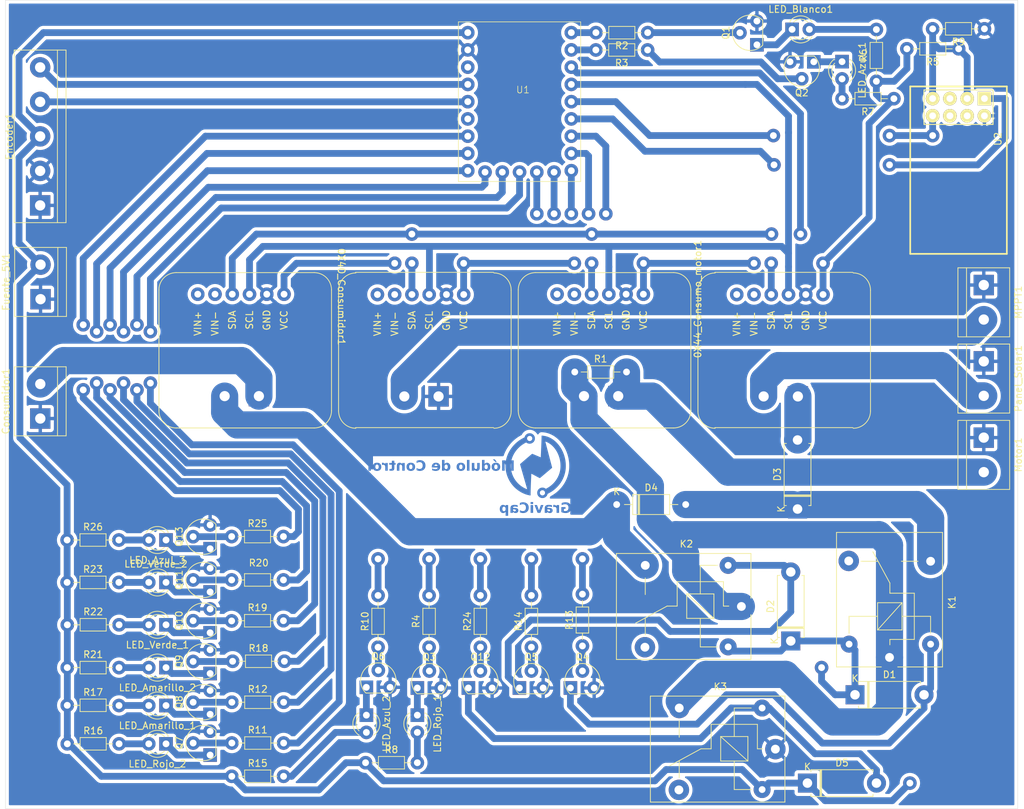
<source format=kicad_pcb>
(kicad_pcb (version 20240108) (generator "pcbnew") (generator_version "8.0")
  (layers (0 "F.Cu" signal) (31 "B.Cu" signal) (34 "B.Paste" user) (35 "F.Paste" user) (36 "B.SilkS" user "B.Silkscreen") (37 "F.SilkS" user "F.Silkscreen") (38 "B.Mask" user) (39 "F.Mask" user) (44 "Edge.Cuts" user))
  (net 0 "")
  (net 1 "Consumidor_+")
  (net 2 "MPPT_+")
  (net 3 "Panel_Solar_+")
  (net 4 "+5V")
  (net 7 "GNDREF")
  (net 8 "Net-(Q1-B)")
  (net 9 "Vin+_Consumo")
  (net 10 "Net-(Q2-B)")
  (net 11 "Motor_Vin+")
  (net 12 "Net-(Q3-B)")
  (net 13 "Motor_Vin-")
  (net 14 "Net-(Q4-B)")
  (net 15 "Vin-_Solar")
  (net 16 "Net-(Q5-B)")
  (net 17 "Net-(Q6-B)")
  (net 18 "D1_Out")
  (net 19 "Net-(Q7-B)")
  (net 20 "Net-(LED_Blanco1-K)")
  (net 21 "Net-(Q8-B)")
  (net 22 "Net-(D5-A)")
  (net 23 "Net-(Q9-B)")
  (net 24 "Net-(Q11-B)")
  (net 25 "RPZ_LED_6")
  (net 26 "RPZ_LED_5")
  (net 27 "RPZ_LED_8")
  (net 28 "RPZ_RELE_1")
  (net 29 "RPZ_LED_7")
  (net 30 "RPZ_LED_2")
  (net 31 "Net-(Q12-B)")
  (net 32 "RPZ_LED_4")
  (net 33 "RPZ_RELE_2")
  (net 34 "PIN_A_Encoder")
  (net 35 "RPZ_LED_3")
  (net 36 "RPZ_LED_9")
  (net 38 "PIN_B_Encoder")
  (net 39 "RPZ_LED_1")
  (net 40 "RPZ_I2C_SDA")
  (net 41 "RPZ_I2C_SCL")
  (net 42 "RPZ_LED_10")
  (net 43 "RPZ_UART1_TX")
  (net 44 "RPZ_UART1_RX")
  (net 45 "Net-(LED_Amarillo_1-A)")
  (net 46 "Net-(LED_Amarillo_1-K)")
  (net 47 "Net-(LED_Amarillo_2-K)")
  (net 48 "Net-(LED_Amarillo_2-A)")
  (net 49 "Net-(LED_Azul_1-K)")
  (net 50 "Net-(LED_Azul_1-A)")
  (net 51 "Net-(LED_Azul_2-A)")
  (net 52 "Net-(LED_Azul_2-K)")
  (net 53 "Net-(LED_Blanco1-A)")
  (net 54 "Net-(LED_Rojo_1-A)")
  (net 55 "Net-(LED_Rojo_1-K)")
  (net 56 "Net-(LED_Rojo_2-A)")
  (net 57 "Net-(LED_Rojo_2-K)")
  (net 58 "Net-(LED_Verde_1-K)")
  (net 59 "Net-(LED_Verde_1-A)")
  (net 60 "Net-(LED_Verde_2-A)")
  (net 61 "Net-(LED_Verde_2-K)")
  (net 62 "Net-(Q10-B)")
  (net 63 "RPZ_RELE_3")
  (net 64 "Net-(D1-A)")
  (net 65 "Net-(D2-A)")
  (net 74 "Net-(Q13-B)")
  (net 75 "+3.3V")
  (net 77 "unconnected-(U1-GP27-Pad32)")
  (net 81 "Net-(LED_Azul_3-A)")
  (net 82 "Net-(LED_Azul_3-K)")
  (footprint "GraviCap:RP2040 Zero" (layer "F.Cu") (at 133.045 31.45)
    (property "Reference" "U1")
    (property "Value" "RP2040-Zero")
  )
  (footprint "Relay_THT:Relay_SPDT_SANYOU_SRD_Series_Form_C" (layer "F.Cu") (at 170.2 128 180)
    (property "Reference" "K3")
    (property "Value" "SANYOU_SRD_Form_C" (hide yes))
  )
  (footprint "Package_TO_SOT_THT:TO-92_Inline" (layer "F.Cu") (at 86 116.37 90)
    (property "Reference" "Q9")
    (property "Value" "BC548")
  )
  (footprint "Diode_THT:D_5W_P10.16mm_Horizontal" (layer "F.Cu") (at 172.465 112.08 90)
    (property "Reference" "D2")
    (property "Value" "D")
  )
  (footprint "Package_TO_SOT_THT:TO-92_Inline" (layer "F.Cu") (at 118 118)
    (property "Reference" "Q3")
    (property "Value" "BC548")
  )
  (footprint "Resistor_THT:R_Axial_DIN0204_L3.6mm_D1.6mm_P7.62mm_Horizontal" (layer "F.Cu") (at 187.645 32.26 180)
    (property "Reference" "R7")
    (property "Value" "150Ω")
  )
  (footprint "Resistor_THT:R_Axial_DIN0204_L3.6mm_D1.6mm_P7.62mm_Horizontal" (layer "F.Cu") (at 141.8 112.81 90)
    (property "Reference" "R13")
    (property "Value" "5kΩ")
  )
  (footprint "LED_THT:LED_D3.0mm" (layer "F.Cu") (at 172.66 22.06)
    (property "Reference" "LED_Blanco1")
    (property "Value" "LED")
  )
  (footprint "Relay_THT:Relay_SPDT_SANYOU_SRD_Series_Form_C" (layer "F.Cu") (at 187 114.5 90)
    (property "Reference" "K1")
    (property "Value" "SANYOU_SRD_Form_C")
  )
  (footprint "Resistor_THT:R_Axial_DIN0204_L3.6mm_D1.6mm_P7.62mm_Horizontal" (layer "F.Cu") (at 90.19 132)
    (property "Reference" "R15")
    (property "Value" "150Ω")
  )
  (footprint "Resistor_THT:R_Axial_DIN0204_L3.6mm_D1.6mm_P7.62mm_Horizontal" (layer "F.Cu") (at 151.405 22.54 180)
    (property "Reference" "R2")
    (property "Value" "47kΩ")
  )
  (footprint "RP2040-Zero:module_ina219" (layer "F.Cu") (at 111.445 61.095 -90)
    (property "Reference" "0X41_MPPT1" (hide yes))
    (property "Value" "module_ina219" (hide yes))
  )
  (footprint "Package_TO_SOT_THT:TO-92_Inline" (layer "F.Cu") (at 133.02 118)
    (property "Reference" "Q5")
    (property "Value" "BC548")
  )
  (footprint "Resistor_THT:R_Axial_DIN0204_L3.6mm_D1.6mm_P7.62mm_Horizontal" (layer "F.Cu") (at 65.98 127.22)
    (property "Reference" "R16")
    (property "Value" "150Ω")
  )
  (footprint "TerminalBlock:TerminalBlock_bornier-2_P5.08mm" (layer "F.Cu") (at 200.875 59.69 -90)
    (property "Reference" "MPPT1")
    (property "Value" "Screw_Terminal_01x02" (hide yes))
  )
  (footprint "Diode_THT:D_5W_P10.16mm_Horizontal" (layer "F.Cu") (at 173.465 92.66 90)
    (property "Reference" "D3")
    (property "Value" "D")
  )
  (footprint "RP2040-Zero:module_ina219" (layer "F.Cu") (at 85.324999 60.905001 -90)
    (property "Reference" "0X40_Consumidor1" (hide yes))
    (property "Value" "module_ina219" (hide yes))
  )
  (footprint "Resistor_THT:R_Axial_DIN0204_L3.6mm_D1.6mm_P7.62mm_Horizontal" (layer "F.Cu") (at 90.2 127.1)
    (property "Reference" "R11")
    (property "Value" "47kΩ")
  )
  (footprint "TerminalBlock:TerminalBlock_bornier-2_P5.08mm" (layer "F.Cu") (at 62 79.34 90)
    (property "Reference" "Consumidor1")
    (property "Value" "Screw_Terminal_01x02" (hide yes))
  )
  (footprint "LED_THT:LED_D3.0mm" (layer "F.Cu") (at 110 123 -90)
    (property "Reference" "LED_Azul_2")
    (property "Value" "LED")
  )
  (footprint "Package_TO_SOT_THT:TO-92_Inline" (layer "F.Cu") (at 86 98 90)
    (property "Reference" "Q13")
    (property "Value" "BC548")
  )
  (footprint "Resistor_THT:R_Axial_DIN0204_L3.6mm_D1.6mm_P7.62mm_Horizontal" (layer "F.Cu") (at 65.97 116)
    (property "Reference" "R21")
    (property "Value" "150Ω")
  )
  (footprint "Package_TO_SOT_THT:TO-92_Inline" (layer "F.Cu") (at 86 104.37 90)
    (property "Reference" "Q11")
    (property "Value" "BC548")
  )
  (footprint "LED_THT:LED_D3.0mm" (layer "F.Cu") (at 117.5 123 -90)
    (property "Reference" "LED_Rojo_1")
    (property "Value" "LED")
  )
  (footprint "Package_TO_SOT_THT:TO-92_Inline" (layer "F.Cu") (at 86 128.37 90)
    (property "Reference" "Q7")
    (property "Value" "BC548")
  )
  (footprint "TerminalBlock:TerminalBlock_bornier-2_P5.08mm" (layer "F.Cu") (at 200.875 70.92 -90)
    (property "Reference" "Panel_Solar1")
    (property "Value" "Screw_Terminal_01x02")
  )
  (footprint "LED_THT:LED_D3.0mm" (layer "F.Cu") (at 80.51 97.22 180)
    (property "Reference" "LED_Azul_3")
    (property "Value" "LED")
  )
  (footprint "Package_TO_SOT_THT:TO-92_Inline" (layer "F.Cu") (at 175.355 27.83 180)
    (property "Reference" "Q2")
    (property "Value" "BC548")
  )
  (footprint "Resistor_THT:R_Axial_DIN0204_L3.6mm_D1.6mm_P7.62mm_Horizontal" (layer "F.Cu") (at 90.17 96.71)
    (property "Reference" "R25")
    (property "Value" "47kΩ")
  )
  (footprint "Resistor_THT:R_Axial_DIN0204_L3.6mm_D1.6mm_P7.62mm_Horizontal" (layer "F.Cu") (at 90.2 121.1)
    (property "Reference" "R12")
    (property "Value" "47kΩ")
  )
  (footprint "Resistor_THT:R_Axial_DIN0204_L3.6mm_D1.6mm_P7.62mm_Horizontal" (layer "F.Cu") (at 65.97 121.55)
    (property "Reference" "R17")
    (property "Value" "150Ω")
  )
  (footprint "RP2040-Zero:module_ina219" (layer "F.Cu") (at 163.935 60.695 -90)
    (property "Reference" "0X45_Entrega_panel_solar1" (hide yes))
    (property "Value" "module_ina219" (hide yes))
  )
  (footprint "LED_THT:LED_D3.0mm" (layer "F.Cu") (at 80.51 116 180)
    (property "Reference" "LED_Amarillo_2")
    (property "Value" "LED")
  )
  (footprint "Relay_THT:Relay_SPDT_SANYOU_SRD_Series_Form_C" (layer "F.Cu") (at 165.2 107 180)
    (property "Reference" "K2")
    (property "Value" "SANYOU_SRD_Form_C")
  )
  (footprint "Package_TO_SOT_THT:TO-92_Inline" (layer "F.Cu") (at 140.53 118)
    (property "Reference" "Q4")
    (property "Value" "BC548")
  )
  (footprint "LED_THT:LED_D3.0mm" (layer "F.Cu") (at 80.51 103.46 180)
    (property "Reference" "LED_Verde_2")
    (property "Value" "LED")
  )
  (footprint "Package_TO_SOT_THT:TO-92_Inline" (layer "F.Cu") (at 166.485 23.83 90)
    (property "Reference" "Q1")
    (property "Value" "BC548")
  )
  (footprint "Resistor_THT:R_Axial_DIN0204_L3.6mm_D1.6mm_P7.62mm_Horizontal" (layer "F.Cu") (at 65.95 103.46)
    (property "Reference" "R23")
    (property "Value" "150Ω")
  )
  (footprint "Resistor_THT:R_Axial_DIN0204_L3.6mm_D1.6mm_P7.62mm_Horizontal" (layer "F.Cu") (at 126.78 113 90)
    (property "Reference" "R24")
    (property "Value" "5kΩ")
  )
  (footprint "Resistor_THT:R_Axial_DIN0204_L3.6mm_D1.6mm_P7.62mm_Horizontal" (layer "F.Cu") (at 109.88 130)
    (property "Reference" "R8")
    (property "Value" "150Ω")
  )
  (footprint "Resistor_THT:R_Axial_DIN0204_L3.6mm_D1.6mm_P7.62mm_Horizontal" (layer "F.Cu") (at 90.31 115.07)
    (property "Reference" "R18")
    (property "Value" "47kΩ")
  )
  (footprint "LED_THT:LED_D3.0mm" (layer "F.Cu") (at 80.51 121.58 180)
    (property "Reference" "LED_Amarillo_1")
    (property "Value" "LED")
  )
  (footprint "Resistor_THT:R_Axial_DIN0204_L3.6mm_D1.6mm_P7.62mm_Horizontal" (layer "F.Cu") (at 200.97 21.98 180)
    (property "Reference" "R9")
    (property "Value" "5kΩ")
  )
  (footprint "Resistor_THT:R_Axial_DIN0204_L3.6mm_D1.6mm_P7.62mm_Horizontal" (layer "F.Cu") (at 185.065 29.7 90)
    (property "Reference" "R6")
    (property "Value" "150Ω")
  )
  (footprint "Resistor_THT:R_Axial_DIN0204_L3.6mm_D1.6mm_P7.62mm_Horizontal" (layer "F.Cu") (at 119.23 113 90)
    (property "Reference" "R4")
    (property "Value" "47kΩ")
  )
  (footprint "Resistor_THT:R_Axial_DIN0204_L3.6mm_D1.6mm_P7.62mm_Horizontal" (layer "F.Cu") (at 140.67 72.49)
    (property "Reference" "R1")
    (property "Value" "10kΩ")
  )
  (footprint "Resistor_THT:R_Axial_DIN0204_L3.6mm_D1.6mm_P7.62mm_Horizontal" (layer "F.Cu") (at 111.72 113 90)
    (property "Reference" "R10")
    (property "Value" "47kΩ")
  )
  (footprint "RP2040-Zero:ESP-01" (layer "F.Cu") (at 200.97 32.24 -90)
    (property "Reference" "U2")
    (property "Value" "ESP-01v090")
  )
  (footprint "Package_TO_SOT_THT:TO-92_Inline" (layer "F.Cu") (at 86 122.37 90)
    (property "Reference" "Q8")
    (property "Value" "BC548")
  )
  (footprint "Resistor_THT:R_Axial_DIN0204_L3.6mm_D1.6mm_P7.62mm_Horizontal" (layer "F.Cu") (at 90.17 103.1)
    (property "Reference" "R20")
    (property "Value" "47kΩ")
  )
  (footprint "Resistor_THT:R_Axial_DIN0204_L3.6mm_D1.6mm_P7.62mm_Horizontal" (layer "F.Cu") (at 134.29 113 90)
    (property "Reference" "R14")
    (property "Value" "5kΩ")
  )
  (footprint "Diode_THT:D_5W_P10.16mm_Horizontal" (layer "F.Cu") (at 174.92 133)
    (property "Reference" "D5")
    (property "Value" "D")
  )
  (footprint "Resistor_THT:R_Axial_DIN0204_L3.6mm_D1.6mm_P7.62mm_Horizontal" (layer "F.Cu") (at 65.98 109.7)
    (property "Reference" "R22")
    (property "Value" "150Ω")
  )
  (footprint "RP2040-Zero:module_ina219" (layer "F.Cu") (at 138.07 61.04 -90)
    (property "Reference" "0X44_Consumo_motor1")
    (property "Value" "module_ina219")
  )
  (footprint "Diode_THT:D_5W_P10.16mm_Horizontal" (layer "F.Cu") (at 181.92 120)
    (property "Reference" "D1")
    (property "Value" "D")
  )
  (footprint "Diode_THT:D_A-405_P10.16mm_Horizontal" (layer "F.Cu") (at 146.84 92)
    (property "Reference" "D4")
    (property "Value" "D")
  )
  (footprint "Resistor_THT:R_Axial_DIN0204_L3.6mm_D1.6mm_P7.62mm_Horizontal" (layer "F.Cu") (at 197.1775 24.92 180)
    (property "Reference" "R5")
    (property "Value" "10kΩ")
  )
  (footprint "Resistor_THT:R_Axial_DIN0204_L3.6mm_D1.6mm_P7.62mm_Horizontal" (layer "F.Cu") (at 65.95 97.22)
    (property "Reference" "R26")
    (property "Value" "150Ω")
  )
  (footprint "TerminalBlock:TerminalBlock_bornier-2_P5.08mm" (layer "F.Cu") (at 200.875 82.15 -90)
    (property "Reference" "Motor1")
    (property "Value" "Screw_Terminal_01x02")
  )
  (footprint "Package_TO_SOT_THT:TO-92_Inline" (layer "F.Cu") (at 125.51 118)
    (property "Reference" "Q12")
    (property "Value" "BC548")
  )
  (footprint "Resistor_THT:R_Axial_DIN0204_L3.6mm_D1.6mm_P7.62mm_Horizontal" (layer "F.Cu") (at 90.17 109.1)
    (property "Reference" "R19")
    (property "Value" "47kΩ")
  )
  (footprint "Package_TO_SOT_THT:TO-92_Inline" (layer "F.Cu") (at 110.49 117.9)
    (property "Reference" "Q6")
    (property "Value" "BC548")
  )
  (footprint "TerminalBlock:TerminalBlock_bornier-2_P5.08mm" (layer "F.Cu") (at 62.04 61.77 90)
    (property "Reference" "Fuente_5V1")
    (property "Value" "Screw_Terminal_01x02" (hide yes))
  )
  (footprint "Package_TO_SOT_THT:TO-92_Inline" (layer "F.Cu") (at 86 110.37 90)
    (property "Reference" "Q10")
    (property "Value" "BC548")
  )
  (footprint "Resistor_THT:R_Axial_DIN0204_L3.6mm_D1.6mm_P7.62mm_Horizontal" (layer "F.Cu") (at 151.395 25.09 180)
    (property "Reference" "R3")
    (property "Value" "47kΩ")
  )
  (footprint "LED_THT:LED_D3.0mm" (layer "F.Cu") (at 180.015 26.81 -90)
    (property "Reference" "LED_Azul_1")
    (property "Value" "LED")
  )
  (footprint "LED_THT:LED_D3.0mm" (layer "F.Cu") (at 80.51 127.22 180)
    (property "Reference" "LED_Rojo_2")
    (property "Value" "LED")
  )
  (footprint "TerminalBlock:TerminalBlock_bornier-5_P5.08mm" (layer "F.Cu") (at 61.98 47.97 90)
    (property "Reference" "Encoder1")
    (property "Value" "Screw_Terminal_01x05")
  )
  (footprint "LED_THT:LED_D3.0mm" (layer "F.Cu") (at 80.51 109.7 180)
    (property "Reference" "LED_Verde_1")
    (property "Value" "LED")
  )
  (footprint "Raspberry Pico RP2040-Zero:GraviCap_Logo" (layer "B.Cu") (at 135 86)
    (property "Reference" "GraviCap")
    (property "Value" "GraviCap_Logo" (hide yes))
  )
  (gr_rect (start 56.875 17.76) (end 205.875 136.76) (stroke (width 0.05)) (fill none) (layer "Edge.Cuts"))
  (gr_text "Módulo de Control" (at 121 86.4 0) (layer "B.Cu") (effects (font (size 1.5 1.5) (thickness 0.3) (bold yes)) (justify mirror)))
  (segment (start 65.44 70.82) (end 62 74.26) (width 4) (layer "B.Cu") (net 1))
  (segment (start 91.625 70.82) (end 65.44 70.82) (width 4) (layer "B.Cu") (net 1))
  (segment (start 94.18 73.375) (end 91.625 70.82) (width 4) (layer "B.Cu") (net 1))
  (segment (start 94.18 76.04) (end 94.18 73.375) (width 4) (layer "B.Cu") (net 1))
  (segment (start 115.585 73.725) (end 115.585 76.085) (width 4) (layer "B.Cu") (net 2))
  (segment (start 200.875 64.77) (end 199.015 66.63) (width 4) (layer "B.Cu") (net 2))
  (segment (start 122.68 66.63) (end 115.585 73.725) (width 4) (layer "B.Cu") (net 2))
  (segment (start 199.015 66.63) (end 122.68 66.63) (width 4) (layer "B.Cu") (net 2))
  (segment (start 168.475 76.085) (end 168.475 73.725) (width 4) (layer "B.Cu") (net 3))
  (segment (start 170.65 71.55) (end 194.615 71.55) (width 4) (layer "B.Cu") (net 3))
  (segment (start 168.475 73.725) (end 170.65 71.55) (width 4) (layer "B.Cu") (net 3))
  (segment (start 194.615 71.55) (end 199.065 76) (width 4) (layer "B.Cu") (net 3))
  (segment (start 199.065 76) (end 200.875 76) (width 4) (layer "B.Cu") (net 3))
  (via (at 150.785 56.49) (size 2) (drill 1) (layers "F.Cu" "B.Cu") (net 4))
  (via (at 167.055 56.49) (size 2) (drill 1) (layers "F.Cu" "B.Cu") (net 4))
  (via (at 177.215 56.49) (size 2) (drill 1) (layers "F.Cu" "B.Cu") (net 4))
  (via (at 190 133) (size 2) (drill 1) (layers "F.Cu" "B.Cu") (net 4))
  (via (at 140.61 56.49) (size 2) (drill 1) (layers "F.Cu" "B.Cu") (net 4))
  (via (at 124.315 56.49) (size 2) (drill 1) (layers "F.Cu" "B.Cu") (net 4))
  (via (at 177 116) (size 2) (drill 1) (layers "F.Cu" "B.Cu") (net 4))
  (via (at 114.165 56.49) (size 2) (drill 1) (layers "F.Cu" "B.Cu") (net 4))
  (segment (start 172.465 112.08) (end 170.975 113.57) (width 1) (layer "B.Cu") (net 4))
  (segment (start 62.04 56.69) (end 58.875 53.525) (width 1) (layer "B.Cu") (net 4))
  (segment (start 65.98 126) (end 65.98 126.98) (width 1) (layer "B.Cu") (net 4))
  (segment (start 109.88 130) (end 107 130) (width 1) (layer "B.Cu") (net 4))
  (segment (start 177.215 56.49) (end 177.215 61.085) (width 1) (layer "B.Cu") (net 4))
  (segment (start 65.98 126) (end 65.98 103.51) (width 1) (layer "B.Cu") (net 4))
  (segment (start 65.98 126.98) (end 71 132) (width 1) (layer "B.Cu") (net 4))
  (segment (start 112.54 132.66) (end 152.47 132.66) (width 1) (layer "B.Cu") (net 4))
  (segment (start 99.705 56.49) (end 114.165 56.49) (width 1) (layer "B.Cu") (net 4))
  (segment (start 184 49.705) (end 184 35.905) (width 1) (layer "B.Cu") (net 4))
  (segment (start 152.47 132.66) (end 154.12 131.01) (width 1) (layer "B.Cu") (net 4))
  (segment (start 187.41 135.59) (end 177.51 135.59) (width 1) (layer "B.Cu") (net 4))
  (segment (start 185.715 32.26) (end 187.645 32.26) (width 1) (layer "B.Cu") (net 4))
  (segment (start 154.12 131.01) (end 165.31 131.01) (width 1) (layer "B.Cu") (net 4))
  (segment (start 109.88 130) (end 112.54 132.66) (width 1) (layer "B.Cu") (net 4))
  (segment (start 187.69 29.7) (end 189.5575 27.8325) (width 1) (layer "B.Cu") (net 4))
  (segment (start 150.785 56.49) (end 167.045 56.49) (width 1) (layer "B.Cu") (net 4))
  (segment (start 62.04 56.69) (end 59 59.73) (width 1) (layer "B.Cu") (net 4))
  (segment (start 187.665 32.24) (end 187.645 32.26) (width 1) (layer "B.Cu") (net 4))
  (segment (start 185.065 29.7) (end 187.69 29.7) (width 1) (layer "B.Cu") (net 4))
  (segment (start 167.045 56.49) (end 167.055 56.5) (width 1) (layer "B.Cu") (net 4))
  (segment (start 177.215 56.49) (end 184 49.705) (width 1) (layer "B.Cu") (net 4))
  (segment (start 150.785 56.49) (end 150.785 61.025) (width 1) (layer "B.Cu") (net 4))
  (segment (start 179 120) (end 181.92 120) (width 1) (layer "B.Cu") (net 4))
  (segment (start 71 132) (end 90.19 132) (width 1) (layer "B.Cu") (net 4))
  (segment (start 170.975 113.57) (end 163.87 113.57) (width 1) (layer "B.Cu") (net 4))
  (segment (start 92.19 134) (end 90.19 132) (width 1) (layer "B.Cu") (net 4))
  (segment (start 169.2 133) (end 168.25 133.95) (width 1) (layer "B.Cu") (net 4))
  (segment (start 185.065 29.7) (end 185.065 31.61) (width 1) (layer "B.Cu") (net 4))
  (segment (start 61.98 37.81) (end 58.875 34.705) (width 1) (layer "B.Cu") (net 4))
  (segment (start 124.315 56.49) (end 124.315 61.075) (width 1) (layer "B.Cu") (net 4))
  (segment (start 97.88 58.315) (end 99.705 56.49) (width 1) (layer "B.Cu") (net 4))
  (segment (start 189.5575 27.8325) (end 189.5575 24.92) (width 1) (layer "B.Cu") (net 4))
  (segment (start 58.875 26.125) (end 62.46 22.54) (width 1) (layer "B.Cu") (net 4))
  (segment (start 190 133) (end 187.41 135.59) (width 1) (layer "B.Cu") (net 4))
  (segment (start 65.95 89.11) (end 59 82.16) (width 1) (layer "B.Cu") (net 4))
  (segment (start 172.465 112.08) (end 180.58 112.08) (width 1) (layer "B.Cu") (net 4))
  (segment (start 65.95 103.46) (end 65.95 97.22) (width 1) (layer "B.Cu") (net 4))
  (segment (start 177.51 135.59) (end 174.92 133) (width 1) (layer "B.Cu") (net 4))
  (segment (start 107 130) (end 103 134) (width 1) (layer "B.Cu") (net 4))
  (segment (start 58.875 53.525) (end 58.875 40.915) (width 1) (layer "B.Cu") (net 4))
  (segment (start 184 35.905) (end 187.645 32.26) (width 1) (layer "B.Cu") (net 4))
  (segment (start 59 59.73) (end 59 60) (width 1) (layer "B.Cu") (net 4))
  (segment (start 140.605 56.49) (end 124.315 56.49) (width 1) (layer "B.Cu") (net 4))
  (segment (start 163.87 113.57) (end 163.25 112.95) (width 1) (layer "B.Cu") (net 4))
  (segment (start 174.92 133) (end 169.2 133) (width 1) (layer "B.Cu") (net 4))
  (segment (start 185.065 31.61) (end 185.715 32.26) (width 1) (layer "B.Cu") (net 4))
  (segment (start 59 82.16) (end 59 60) (width 1) (layer "B.Cu") (net 4))
  (segment (start 180.58 112.08) (end 181.05 112.55) (width 1) (layer "B.Cu") (net 4))
  (segment (start 177 116) (end 177 118) (width 1) (layer "B.Cu") (net 4))
  (segment (start 58.875 34.705) (end 58.875 26.125) (width 1) (layer "B.Cu") (net 4))
  (segment (start 124.315 61.075) (end 124.325 61.085) (width 1) (layer "B.Cu") (net 4))
  (segment (start 177 118) (end 179 120) (width 1) (layer "B.Cu") (net 4))
  (segment (start 181.92 120) (end 181.92 113.42) (width 1) (layer "B.Cu") (net 4))
  (segment (start 62.46 22.54) (end 124.925 22.54) (width 1) (layer "B.Cu") (net 4))
  (segment (start 103 134) (end 92.19 134) (width 1) (layer "B.Cu") (net 4))
  (segment (start 150.785 61.025) (end 150.77 61.04) (width 1) (layer "B.Cu") (net 4))
  (segment (start 97.88 61.04) (end 97.88 58.315) (width 1) (layer "B.Cu") (net 4))
  (segment (start 65.95 97.22) (end 65.95 89.11) (width 1) (layer "B.Cu") (net 4))
  (segment (start 165.31 131.01) (end 168.25 133.95) (width 1) (layer "B.Cu") (net 4))
  (segment (start 58.875 40.915) (end 61.98 37.81) (width 1) (layer "B.Cu") (net 4))
  (segment (start 65.98 127.22) (end 65.98 126) (width 1) (layer "B.Cu") (net 4))
  (segment (start 171.595 112.95) (end 172.465 112.08) (width 1) (layer "B.Cu") (net 4))
  (segment (start 181.92 113.42) (end 181.05 112.55) (width 1) (layer "B.Cu") (net 4))
  (segment (start 151.405 22.54) (end 164.965 22.54) (width 1) (layer "B.Cu") (net 8))
  (segment (start 164.965 22.54) (end 164.985 22.56) (width 1) (layer "B.Cu") (net 8))
  (segment (start 151.05 100.95) (end 146.8 96.7) (width 4) (layer "B.Cu") (net 9))
  (segment (start 146.84 92) (end 142.84 96) (width 4) (layer "B.Cu") (net 9))
  (segment (start 116.409188 96) (end 100.694188 80.285) (width 4) (layer "B.Cu") (net 9))
  (segment (start 89.14 78.4) (end 89.14 76.04) (width 4) (layer "B.Cu") (net 9))
  (segment (start 146.8 96.7) (end 146.8 92) (width 4) (layer "B.Cu") (net 9))
  (segment (start 100.694188 80.285) (end 91.025 80.285) (width 4) (layer "B.Cu") (net 9))
  (segment (start 142.84 96) (end 116.409188 96) (width 4) (layer "B.Cu") (net 9))
  (segment (start 91.025 80.285) (end 89.14 78.4) (width 4) (layer "B.Cu") (net 9))
  (segment (start 168.065 26.86) (end 170.535 29.33) (width 1) (layer "B.Cu") (net 10))
  (segment (start 170.535 29.33) (end 174.085 29.33) (width 1) (layer "B.Cu") (net 10))
  (segment (start 151.395 25.09) (end 153.165 26.86) (width 1) (layer "B.Cu") (net 10))
  (segment (start 153.165 26.86) (end 168.065 26.86) (width 1) (layer "B.Cu") (net 10))
  (segment (start 151.8 89.269848) (end 151.8 94.17) (width 4) (layer "B.Cu") (net 11))
  (segment (start 185.44 96.44) (end 155.56 96.44) (width 4) (layer "B.Cu") (net 11))
  (segment (start 178.72 124) (end 185.12 124) (width 4) (layer "B.Cu") (net 11))
  (segment (start 155.56 96.44) (end 154.815 97.185) (width 4) (layer "B.Cu") (net 11))
  (segment (start 154.815 97.185) (end 157 99.37) (width 4) (layer "B.Cu") (net 11))
  (segment (start 156.05 120.95) (end 160 117) (width 4) (layer "B.Cu") (net 11))
  (segment (start 187 98) (end 185.44 96.44) (width 4) (layer "B.Cu") (net 11))
  (segment (start 142.03 76.04) (end 142.03 79.499848) (width 4) (layer "B.Cu") (net 11))
  (segment (start 142.03 79.499848) (end 151.8 89.269848) (width 4) (layer "B.Cu") (net 11))
  (segment (start 171.72 117) (end 178.72 124) (width 4) (layer "B.Cu") (net 11))
  (segment (start 160 117) (end 171.72 117) (width 4) (layer "B.Cu") (net 11))
  (segment (start 185.12 124) (end 187 122.12) (width 4) (layer "B.Cu") (net 11))
  (segment (start 140.67 74.68) (end 142.03 76.04) (width 4) (layer "B.Cu") (net 11))
  (segment (start 162.25 107) (end 165.2 107) (width 4) (layer "B.Cu") (net 11))
  (segment (start 157 101.75) (end 162.25 107) (width 4) (layer "B.Cu") (net 11))
  (segment (start 187 114.5) (end 187 98) (width 4) (layer "B.Cu") (net 11))
  (segment (start 157 99.37) (end 157 101.75) (width 4) (layer "B.Cu") (net 11))
  (segment (start 140.67 72.49) (end 140.67 74.68) (width 4) (layer "B.Cu") (net 11))
  (segment (start 151.8 94.17) (end 154.815 97.185) (width 4) (layer "B.Cu") (net 11))
  (segment (start 187 122.12) (end 187 114.5) (width 4) (layer "B.Cu") (net 11))
  (segment (start 119.27 116.5) (end 119.27 113.04) (width 1) (layer "B.Cu") (net 12))
  (segment (start 119.27 113.04) (end 119.23 113) (width 1) (layer "B.Cu") (net 12))
  (segment (start 147.07 76.04) (end 152.04 76.04) (width 4) (layer "B.Cu") (net 13))
  (segment (start 148.29 74.82) (end 147.07 76.04) (width 4) (layer "B.Cu") (net 13))
  (segment (start 163.23 87.23) (end 200.875 87.23) (width 4) (layer "B.Cu") (net 13))
  (segment (start 148.29 72.49) (end 148.29 74.82) (width 4) (layer "B.Cu") (net 13))
  (segment (start 152.04 76.04) (end 163.23 87.23) (width 4) (layer "B.Cu") (net 13))
  (segment (start 141.8 116.5) (end 141.8 112.81) (width 1) (layer "B.Cu") (net 14))
  (segment (start 173.515 82.45) (end 173.465 82.5) (width 4) (layer "B.Cu") (net 15))
  (segment (start 173.515 76.085) (end 173.515 82.45) (width 4) (layer "B.Cu") (net 15))
  (segment (start 134.29 116.5) (end 134.29 113) (width 1) (layer "B.Cu") (net 16))
  (segment (start 111.76 113.04) (end 111.72 113) (width 1) (layer "B.Cu") (net 17))
  (segment (start 111.76 116.4) (end 111.76 113.04) (width 1) (layer "B.Cu") (net 17))
  (segment (start 174.125 92) (end 191 92) (width 4) (layer "B.Cu") (net 18))
  (segment (start 191 92) (end 193.05 94.05) (width 4) (layer "B.Cu") (net 18))
  (segment (start 157 92) (end 172.805 92) (width 4) (layer "B.Cu") (net 18))
  (segment (start 193.05 94.05) (end 193.05 100.35) (width 4) (layer "B.Cu") (net 18))
  (segment (start 84.5 127.1) (end 90.2 127.1) (width 1) (layer "B.Cu") (net 19))
  (segment (start 170.39 24.33) (end 172.66 22.06) (width 1) (layer "B.Cu") (net 20))
  (segment (start 167.485 24.33) (end 170.39 24.33) (width 1) (layer "B.Cu") (net 20))
  (segment (start 84.5 121.1) (end 90.2 121.1) (width 1) (layer "B.Cu") (net 21))
  (segment (start 168.25 121.95) (end 163.69 121.95) (width 1) (layer "B.Cu") (net 22))
  (segment (start 159.2 126.44) (end 128.8 126.44) (width 1) (layer "B.Cu") (net 22))
  (segment (start 182.68 128.68) (end 176.04 128.68) (width 1) (layer "B.Cu") (net 22))
  (segment (start 163.69 121.95) (end 159.2 126.44) (width 1) (layer "B.Cu") (net 22))
  (segment (start 185.08 133) (end 185.08 131.08) (width 1) (layer "B.Cu") (net 22))
  (segment (start 185.08 131.08) (end 182.68 128.68) (width 1) (layer "B.Cu") (net 22))
  (segment (start 176.04 128.68) (end 169.31 121.95) (width 1) (layer "B.Cu") (net 22))
  (segment (start 128.8 126.44) (end 125.01 122.65) (width 1) (layer "B.Cu") (net 22))
  (segment (start 169.31 121.95) (end 168.25 121.95) (width 1) (layer "B.Cu") (net 22))
  (segment (start 125.01 122.65) (end 125.01 119) (width 1) (layer "B.Cu") (net 22))
  (segment (start 84.5 115.1) (end 90.28 115.1) (width 1) (layer "B.Cu") (net 23))
  (segment (start 90.28 115.1) (end 90.31 115.07) (width 1) (layer "B.Cu") (net 23))
  (segment (start 84.5 103.1) (end 90.17 103.1) (width 1) (layer "B.Cu") (net 24))
  (via (at 76.23 75.12) (size 2) (drill 1) (layers "F.Cu" "B.Cu") (net 25))
  (via (at 76.23 65.54) (size 2) (drill 1) (layers "F.Cu" "B.Cu") (net 25))
  (segment (start 76.23 65.54) (end 76.23 58.42) (width 1) (layer "B.Cu") (net 25))
  (segment (start 76.23 58.42) (end 87.85 46.8) (width 1) (layer "B.Cu") (net 25))
  (segment (start 104.8 90.497056) (end 104.8 116.2) (width 1) (layer "B.Cu") (net 25))
  (segment (start 83.934112 84.54) (end 98.842944 84.54) (width 1) (layer "B.Cu") (net 25))
  (segment (start 76.23 75.12) (end 76.23 76.835888) (width 1) (layer "B.Cu") (net 25))
  (segment (start 87.85 46.8) (end 129.24 46.8) (width 1) (layer "B.Cu") (net 25))
  (segment (start 76.23 76.835888) (end 83.934112 84.54) (width 1) (layer "B.Cu") (net 25))
  (segment (start 129.24 46.8) (end 130.005 46.035) (width 1) (layer "B.Cu") (net 25))
  (segment (start 98.842944 84.54) (end 104.8 90.497056) (width 1) (layer "B.Cu") (net 25))
  (segment (start 99.9 121.1) (end 97.82 121.1) (width 1) (layer "B.Cu") (net 25))
  (segment (start 104.8 116.2) (end 99.9 121.1) (width 1) (layer "B.Cu") (net 25))
  (segment (start 130.005 46.035) (end 130.005 43.07) (width 1) (layer "B.Cu") (net 25))
  (via (at 78.2075 66.54) (size 2) (drill 1) (layers "F.Cu" "B.Cu") (net 26))
  (via (at 78.2075 74.12) (size 2) (drill 1) (layers "F.Cu" "B.Cu") (net 26))
  (segment (start 106 121) (end 99.9 127.1) (width 1) (layer "B.Cu") (net 26))
  (segment (start 78.2075 74.12) (end 78.2075 77.116332) (width 1) (layer "B.Cu") (net 26))
  (segment (start 130.65 48.35) (end 132.545 46.455) (width 1) (layer "B.Cu") (net 26))
  (segment (start 88.65 48.35) (end 130.65 48.35) (width 1) (layer "B.Cu") (net 26))
  (segment (start 99.9 127.1) (end 97.82 127.1) (width 1) (layer "B.Cu") (net 26))
  (segment (start 132.545 46.455) (end 132.545 43.07) (width 1) (layer "B.Cu") (net 26))
  (segment (start 78.2075 58.7925) (end 88.65 48.35) (width 1) (layer "B.Cu") (net 26))
  (segment (start 78.2075 58.7925) (end 78.2075 66.54) (width 1) (layer "B.Cu") (net 26))
  (segment (start 84.291168 83.2) (end 99.2 83.2) (width 1) (layer "B.Cu") (net 26))
  (segment (start 106 90) (end 106 121) (width 1) (layer "B.Cu") (net 26))
  (segment (start 78.2075 77.116332) (end 84.291168 83.2) (width 1) (layer "B.Cu") (net 26))
  (segment (start 99.2 83.2) (end 106 90) (width 1) (layer "B.Cu") (net 26))
  (via (at 72.275 75.12) (size 2) (drill 1) (layers "F.Cu" "B.Cu") (net 27))
  (via (at 72.275 65.54) (size 2) (drill 1) (layers "F.Cu" "B.Cu") (net 27))
  (segment (start 72.275 76.275) (end 72.275 75.12) (width 1) (layer "B.Cu") (net 27))
  (segment (start 102.4 106.6) (end 102.4 91.491168) (width 1) (layer "B.Cu") (net 27))
  (segment (start 98.188832 87.28) (end 83.28 87.28) (width 1) (layer "B.Cu") (net 27))
  (segment (start 97.79 109.1) (end 99.9 109.1) (width 1) (layer "B.Cu") (net 27))
  (segment (start 99.9 109.1) (end 102.4 106.6) (width 1) (layer "B.Cu") (net 27))
  (segment (start 86.61 42.86) (end 124.925 42.86) (width 1) (layer "B.Cu") (net 27))
  (segment (start 83.28 87.28) (end 72.275 76.275) (width 1) (layer "B.Cu") (net 27))
  (segment (start 72.275 57.195) (end 86.61 42.86) (width 1) (layer "B.Cu") (net 27))
  (segment (start 72.275 65.54) (end 72.275 57.195) (width 1) (layer "B.Cu") (net 27))
  (segment (start 102.4 91.491168) (end 98.188832 87.28) (width 1) (layer "B.Cu") (net 27))
  (via (at 145.245 49.2) (size 2) (drill 1) (layers "F.Cu" "B.Cu") (net 28))
  (via (at 141.8 100) (size 2) (drill 1) (layers "F.Cu" "B.Cu") (net 28))
  (segment (start 143.78 37.78) (end 140.165 37.78) (width 1) (layer "B.Cu") (net 28))
  (segment (start 145.245 49.2) (end 145.245 39.245) (width 1) (layer "B.Cu") (net 28))
  (segment (start 141.8 105.19) (end 141.8 100) (width 1) (layer "B.Cu") (net 28))
  (segment (start 145.245 39.245) (end 143.78 37.78) (width 1) (layer "B.Cu") (net 28))
  (via (at 74.2525 74.12) (size 2) (drill 1) (layers "F.Cu" "B.Cu") (net 29))
  (via (at 74.2525 66.54) (size 2) (drill 1) (layers "F.Cu" "B.Cu") (net 29))
  (segment (start 74.2525 76.555444) (end 74.2525 74.12) (width 1) (layer "B.Cu") (net 29))
  (segment (start 83.577056 85.88) (end 74.2525 76.555444) (width 1) (layer "B.Cu") (net 29))
  (segment (start 127.465 44.815) (end 127.465 43.07) (width 1) (layer "B.Cu") (net 29))
  (segment (start 74.2525 57.7775) (end 86.73 45.3) (width 1) (layer "B.Cu") (net 29))
  (segment (start 74.2525 66.54) (end 74.2525 57.7775) (width 1) (layer "B.Cu") (net 29))
  (segment (start 98.485888 85.88) (end 83.577056 85.88) (width 1) (layer "B.Cu") (net 29))
  (segment (start 103.6 90.994112) (end 98.485888 85.88) (width 1) (layer "B.Cu") (net 29))
  (segment (start 126.98 45.3) (end 127.465 44.815) (width 1) (layer "B.Cu") (net 29))
  (segment (start 99.93 115.07) (end 103.6 111.4) (width 1) (layer "B.Cu") (net 29))
  (segment (start 103.6 111.4) (end 103.6 90.994112) (width 1) (layer "B.Cu") (net 29))
  (segment (start 97.93 115.07) (end 99.93 115.07) (width 1) (layer "B.Cu") (net 29))
  (segment (start 86.73 45.3) (end 126.98 45.3) (width 1) (layer "B.Cu") (net 29))
  (segment (start 143.765 25.08) (end 143.775 25.09) (width 1) (layer "B.Cu") (net 30))
  (segment (start 140.165 25.08) (end 143.765 25.08) (width 1) (layer "B.Cu") (net 30))
  (segment (start 126.78 113) (end 126.78 116.5) (width 1) (layer "B.Cu") (net 31))
  (via (at 135.085 49.2) (size 2) (drill 1) (layers "F.Cu" "B.Cu") (net 32))
  (via (at 111.72 100) (size 2) (drill 1) (layers "F.Cu" "B.Cu") (net 32))
  (segment (start 135.085 49.2) (end 135.085 43.07) (width 1) (layer "B.Cu") (net 32))
  (segment (start 111.72 105.38) (end 111.72 100) (width 1) (layer "B.Cu") (net 32))
  (via (at 142.705 49.2) (size 2) (drill 1) (layers "F.Cu" "B.Cu") (net 33))
  (via (at 134.29 100) (size 2) (drill 1) (layers "F.Cu" "B.Cu") (net 33))
  (segment (start 142.705 49.2) (end 142.705 40.705) (width 1) (layer "B.Cu") (net 33))
  (segment (start 134.29 105.38) (end 134.29 100) (width 1) (layer "B.Cu") (net 33))
  (segment (start 142.705 40.705) (end 142.32 40.32) (width 1) (layer "B.Cu") (net 33))
  (segment (start 142.32 40.32) (end 140.165 40.32) (width 1) (layer "B.Cu") (net 33))
  (segment (start 61.98 32.73) (end 124.895 32.73) (width 1) (layer "B.Cu") (net 34))
  (segment (start 124.895 32.73) (end 124.925 32.7) (width 1) (layer "B.Cu") (net 34))
  (via (at 137.625 49.2) (size 2) (drill 1) (layers "F.Cu" "B.Cu") (net 35))
  (via (at 119.23 100) (size 2) (drill 1) (layers "F.Cu" "B.Cu") (net 35))
  (segment (start 119.23 105.38) (end 119.23 100) (width 1) (layer "B.Cu") (net 35))
  (segment (start 137.625 49.2) (end 137.625 43.07) (width 1) (layer "B.Cu") (net 35))
  (via (at 70.2975 66.54) (size 2) (drill 1) (layers "F.Cu" "B.Cu") (net 36))
  (via (at 70.2975 74.12) (size 2) (drill 1) (layers "F.Cu" "B.Cu") (net 36))
  (segment (start 70.2975 56.5625) (end 86.54 40.32) (width 1) (layer "B.Cu") (net 36))
  (segment (start 86.54 40.32) (end 124.925 40.32) (width 1) (layer "B.Cu") (net 36))
  (segment (start 101.2 92.2) (end 101.2 101.8) (width 1) (layer "B.Cu") (net 36))
  (segment (start 70.2975 76.2975) (end 82.61 88.61) (width 1) (layer "B.Cu") (net 36))
  (segment (start 70.2975 74.12) (end 70.2975 76.2975) (width 1) (layer "B.Cu") (net 36))
  (segment (start 97.61 88.61) (end 101.2 92.2) (width 1) (layer "B.Cu") (net 36))
  (segment (start 101.2 101.8) (end 99.9 103.1) (width 1) (layer "B.Cu") (net 36))
  (segment (start 70.2975 66.54) (end 70.2975 56.5625) (width 1) (layer "B.Cu") (net 36))
  (segment (start 82.61 88.61) (end 97.61 88.61) (width 1) (layer "B.Cu") (net 36))
  (segment (start 99.9 103.1) (end 97.79 103.1) (width 1) (layer "B.Cu") (net 36))
  (segment (start 61.98 27.65) (end 64.49 30.16) (width 1) (layer "B.Cu") (net 38))
  (segment (start 64.49 30.16) (end 124.925 30.16) (width 1) (layer "B.Cu") (net 38))
  (segment (start 140.165 22.54) (end 143.785 22.54) (width 1) (layer "B.Cu") (net 39))
  (via (at 173.895 52.19) (size 2) (drill 1) (layers "F.Cu" "B.Cu") (net 40))
  (via (at 169.585 56.49) (size 2) (drill 1) (layers "F.Cu" "B.Cu") (net 40))
  (via (at 116.695 56.49) (size 2) (drill 1) (layers "F.Cu" "B.Cu") (net 40))
  (via (at 116.695 52.19) (size 2) (drill 1) (layers "F.Cu" "B.Cu") (net 40))
  (via (at 143.155 56.49) (size 2) (drill 1) (layers "F.Cu" "B.Cu") (net 40))
  (via (at 143.165 52.19) (size 2) (drill 1) (layers "F.Cu" "B.Cu") (net 40))
  (via (at 169.625 52.19) (size 2) (drill 1) (layers "F.Cu" "B.Cu") (net 40))
  (segment (start 169.595 61.085) (end 169.595 56.61) (width 1) (layer "B.Cu") (net 40))
  (segment (start 93.81 52.19) (end 169.625 52.19) (width 1) (layer "B.Cu") (net 40))
  (segment (start 167.8775 28.47) (end 141.015 28.47) (width 1) (layer "B.Cu") (net 40))
  (segment (start 141.015 28.47) (end 140.165 27.62) (width 1) (layer "B.Cu") (net 40))
  (segment (start 143.15 56.565) (end 143.155 56.56) (width 1) (layer "B.Cu") (net 40))
  (segment (start 169.595 56.61) (end 169.585 56.6) (width 1) (layer "B.Cu") (net 40))
  (segment (start 143.15 61.04) (end 143.15 56.565) (width 1) (layer "B.Cu") (net 40))
  (segment (start 173.895 34.4875) (end 167.8775 28.47) (width 1) (layer "B.Cu") (net 40))
  (segment (start 143.15 56.825) (end 143.135 56.81) (width 1) (layer "B.Cu") (net 40))
  (segment (start 90.26 60.665) (end 90.26 55.74) (width 1) (layer "B.Cu") (net 40))
  (segment (start 116.705 61.085) (end 116.705 56.5) (width 1) (layer "B.Cu") (net 40))
  (segment (start 173.895 52.19) (end 173.895 34.4875) (width 1) (layer "B.Cu") (net 40))
  (segment (start 90.26 55.74) (end 93.81 52.19) (width 1) (layer "B.Cu") (net 40))
  (segment (start 116.705 56.5) (end 116.695 56.49) (width 1) (layer "B.Cu") (net 40))
  (segment (start 171.125 54) (end 172.125 55) (width 1) (layer "B.Cu") (net 41))
  (segment (start 172.135 34.824168) (end 167.470832 30.16) (width 1) (layer "B.Cu") (net 41))
  (segment (start 167.470832 30.16) (end 165.79 30.16) (width 1) (layer "B.Cu") (net 41))
  (segment (start 140.165 30.16) (end 165.79 30.16) (width 1) (layer "B.Cu") (net 41))
  (segment (start 145.69 54.035) (end 145.725 54) (width 1) (layer "B.Cu") (net 41))
  (segment (start 172.135 37.255) (end 172.135 34.824168) (width 1) (layer "B.Cu") (net 41))
  (segment (start 145.69 57) (end 145.69 54.035) (width 1) (layer "B.Cu") (net 41))
  (segment (start 92.8 55.97) (end 92.8 60.495) (width 1) (layer "B.Cu") (net 41))
  (segment (start 145.725 54) (end 94.77 54) (width 1) (layer "B.Cu") (net 41))
  (segment (start 119.28 60.775) (end 119.28 54) (width 1) (layer "B.Cu") (net 41))
  (segment (start 172.135 37.255) (end 172.14 37.25) (width 1) (layer "B.Cu") (net 41))
  (segment (start 94.77 54) (end 92.8 55.97) (width 1) (layer "B.Cu") (net 41))
  (segment (start 172.135 61.085) (end 172.135 57) (width 1) (layer "B.Cu") (net 41))
  (segment (start 172.135 57) (end 172.135 37.255) (width 1) (layer "B.Cu") (net 41))
  (segment (start 145.725 54) (end 171.125 54) (width 1) (layer "B.Cu") (net 41))
  (segment (start 145.69 61.04) (end 145.69 57) (width 1) (layer "B.Cu") (net 41))
  (via (at 68.32 65.54) (size 2) (drill 1) (layers "F.Cu" "B.Cu") (net 42))
  (via (at 68.32 75.12) (size 2) (drill 1) (layers "F.Cu" "B.Cu") (net 42))
  (segment (start 100 92.697056) (end 97.252944 89.95) (width 1) (layer "B.Cu") (net 42))
  (segment (start 68.32 55.77) (end 86.31 37.78) (width 1) (layer "B.Cu") (net 42))
  (segment (start 68.32 65.54) (end 68.32 55.77) (width 1) (layer "B.Cu") (net 42))
  (segment (start 99.29 96.71) (end 100 96) (width 1) (layer "B.Cu") (net 42))
  (segment (start 68.32 76.32) (end 68.32 75.12) (width 1) (layer "B.Cu") (net 42))
  (segment (start 97.252944 89.95) (end 81.95 89.95) (width 1) (layer "B.Cu") (net 42))
  (segment (start 100 96) (end 100 92.697056) (width 1) (layer "B.Cu") (net 42))
  (segment (start 81.95 89.95) (end 68.32 76.32) (width 1) (layer "B.Cu") (net 42))
  (segment (start 86.31 37.78) (end 124.925 37.78) (width 1) (layer "B.Cu") (net 42))
  (segment (start 97.79 96.71) (end 99.29 96.71) (width 1) (layer "B.Cu") (net 42))
  (via (at 169.906668 37.69) (size 2) (drill 1) (layers "F.Cu" "B.Cu") (net 43))
  (via (at 187 37.69) (size 2) (drill 1) (layers "F.Cu" "B.Cu") (net 43))
  (via (at 193.35 37.69) (size 2) (drill 1) (layers "F.Cu" "B.Cu") (net 43))
  (segment (start 169.906668 37.69) (end 151.69 37.69) (width 1) (layer "B.Cu") (net 43))
  (segment (start 146.7 32.7) (end 140.165 32.7) (width 1) (layer "B.Cu") (net 43))
  (segment (start 187 37.69) (end 193.35 37.69) (width 1) (layer "B.Cu") (net 43))
  (segment (start 151.69 37.69) (end 146.7 32.7) (width 1) (layer "B.Cu") (net 43))
  (segment (start 193.35 34.78) (end 193.35 37.66) (width 1) (layer "B.Cu") (net 43))
  (segment (start 193.35 37.66) (end 193.32 37.69) (width 1) (layer "B.Cu") (net 43))
  (via (at 170 42) (size 2) (drill 1) (layers "F.Cu" "B.Cu") (net 44))
  (via (at 187 42) (size 2) (drill 1) (layers "F.Cu" "B.Cu") (net 44))
  (segment (start 146.24 35.24) (end 140.165 35.24) (width 1) (layer "B.Cu") (net 44))
  (segment (start 151 40) (end 146.24 35.24) (width 1) (layer "B.Cu") (net 44))
  (segment (start 168 40) (end 151 40) (width 1) (layer "B.Cu") (net 44))
  (segment (start 170 42) (end 168 40) (width 1) (layer "B.Cu") (net 44))
  (segment (start 204 32.24) (end 200.97 32.24) (width 1) (layer "B.Cu") (net 44))
  (segment (start 204 38) (end 204 32.24) (width 1) (layer "B.Cu") (net 44))
  (segment (start 200 42) (end 204 38) (width 1) (layer "B.Cu") (net 44))
  (segment (start 187 42) (end 200 42) (width 1) (layer "B.Cu") (net 44))
  (segment (start 77.97 121.58) (end 73.59 121.58) (width 1) (layer "B.Cu") (net 45))
  (segment (start 87 122.87) (end 81.8 122.87) (width 1) (layer "B.Cu") (net 46))
  (segment (start 81.8 122.87) (end 80.51 121.58) (width 1) (layer "B.Cu") (net 46))
  (segment (start 81.38 116.87) (end 87 116.87) (width 1) (layer "B.Cu") (net 47))
  (segment (start 80.51 116) (end 81.38 116.87) (width 1) (layer "B.Cu") (net 47))
  (segment (start 77.97 116) (end 73.59 116) (width 1) (layer "B.Cu") (net 48))
  (segment (start 179.995 26.83) (end 180.015 26.81) (width 1) (layer "B.Cu") (net 49))
  (segment (start 175.855 26.83) (end 179.995 26.83) (width 1) (layer "B.Cu") (net 49))
  (segment (start 180.015 29.35) (end 180.015 32.25) (width 1) (layer "B.Cu") (net 50))
  (segment (start 180.015 32.25) (end 180.025 32.26) (width 1) (layer "B.Cu") (net 50))
  (segment (start 99 132) (end 105.46 125.54) (width 1) (layer "B.Cu") (net 51))
  (segment (start 105.46 125.54) (end 110 125.54) (width 1) (layer "B.Cu") (net 51))
  (segment (start 97.81 132) (end 99 132) (width 1) (layer "B.Cu") (net 51))
  (segment (start 110 118.91) (end 109.99 118.9) (width 1) (layer "B.Cu") (net 52))
  (segment (start 110 123) (end 110 118.91) (width 1) (layer "B.Cu") (net 52))
  (segment (start 175.2 22.06) (end 185.045 22.06) (width 1) (layer "B.Cu") (net 53))
  (segment (start 185.045 22.06) (end 185.065 22.08) (width 1) (layer "B.Cu") (net 53))
  (segment (start 117.5 130) (end 117.5 125.54) (width 1) (layer "B.Cu") (net 54))
  (segment (start 117.5 123) (end 117.5 119) (width 1) (layer "B.Cu") (net 55))
  (segment (start 77.97 127.22) (end 73.6 127.22) (width 1) (layer "B.Cu") (net 56))
  (segment (start 82.16 128.87) (end 87 128.87) (width 1) (layer "B.Cu") (net 57))
  (segment (start 80.51 127.22) (end 82.16 128.87) (width 1) (layer "B.Cu") (net 57))
  (segment (start 81.68 110.87) (end 87 110.87) (width 1) (layer "B.Cu") (net 58))
  (segment (start 80.51 109.7) (end 81.68 110.87) (width 1) (layer "B.Cu") (net 58))
  (segment (start 77.97 109.7) (end 73.6 109.7) (width 1) (layer "B.Cu") (net 59))
  (segment (start 77.92 103.48) (end 77.94 103.46) (width 1) (layer "B.Cu") (net 60))
  (segment (start 73.57 103.46) (end 77.97 103.46) (width 1) (layer "B.Cu") (net 60))
  (segment (start 81.92 104.87) (end 87 104.87) (width 1) (layer "B.Cu") (net 61))
  (segment (start 80.51 103.46) (end 81.92 104.87) (width 1) (layer "B.Cu") (net 61))
  (segment (start 84.5 109.1) (end 90.14 109.1) (width 1) (layer "B.Cu") (net 62))
  (segment (start 90.14 109.1) (end 90.17 109.13) (width 1) (layer "B.Cu") (net 62))
  (via (at 126.78 100) (size 2) (drill 1) (layers "F.Cu" "B.Cu") (net 63))
  (via (at 140.165 49.2) (size 2) (drill 1) (layers "F.Cu" "B.Cu") (net 63))
  (segment (start 126.78 105.38) (end 126.78 100) (width 1) (layer "B.Cu") (net 63))
  (segment (start 140.165 49.2) (end 140.165 42.86) (width 1) (layer "B.Cu") (net 63))
  (segment (start 163 120) (end 170 120) (width 1) (layer "B.Cu") (net 64))
  (segment (start 192.08 121.979898) (end 192.08 120) (width 1) (layer "B.Cu") (net 64))
  (segment (start 158.673528 124.326472) (end 163 120) (width 1) (layer "B.Cu") (net 64))
  (segment (start 142.756472 124.326472) (end 158.673528 124.326472) (width 1) (layer "B.Cu") (net 64))
  (segment (start 170 120) (end 177.12 127.12) (width 1) (layer "B.Cu") (net 64))
  (segment (start 186.939898 127.12) (end 192.08 121.979898) (width 1) (layer "B.Cu") (net 64))
  (segment (start 177.12 127.12) (end 186.939898 127.12) (width 1) (layer "B.Cu") (net 64))
  (segment (start 140.03 119) (end 140.03 121.6) (width 1) (layer "B.Cu") (net 64))
  (segment (start 193.05 119.03) (end 192.08 120) (width 1) (layer "B.Cu") (net 64))
  (segment (start 193.05 112.55) (end 193.05 119.03) (width 1) (layer "B.Cu") (net 64))
  (segment (start 140.03 121.6) (end 142.756472 124.326472) (width 1) (layer "B.Cu") (net 64))
  (segment (start 172.465 101.92) (end 172.465 107.775) (width 1) (layer "B.Cu") (net 65))
  (segment (start 130.88 117.36) (end 132.52 119) (width 1) (layer "B.Cu") (net 65))
  (segment (start 172.465 107.775) (end 169.57 110.67) (width 1) (layer "B.Cu") (net 65))
  (segment (start 130.88 112.33) (end 130.88 117.36) (width 1) (layer "B.Cu") (net 65))
  (segment (start 171.495 100.95) (end 172.465 101.92) (width 1) (layer "B.Cu") (net 65))
  (segment (start 134.21 109) (end 130.88 112.33) (width 1) (layer "B.Cu") (net 65))
  (segment (start 153.05 109) (end 134.21 109) (width 1) (layer "B.Cu") (net 65))
  (segment (start 163.25 100.95) (end 171.495 100.95) (width 1) (layer "B.Cu") (net 65))
  (segment (start 154.72 110.67) (end 153.05 109) (width 1) (layer "B.Cu") (net 65))
  (segment (start 169.57 110.67) (end 154.72 110.67) (width 1) (layer "B.Cu") (net 65))
  (segment (start 84.5 96.73) (end 90.15 96.73) (width 1) (layer "B.Cu") (net 74))
  (segment (start 90.15 96.73) (end 90.17 96.71) (width 1) (layer "B.Cu") (net 74))
  (segment (start 193.35 24) (end 193.35 32.24) (width 1) (layer "B.Cu") (net 75))
  (segment (start 198.43 32.24) (end 198.43 26.1725) (width 1) (layer "B.Cu") (net 75))
  (segment (start 194.27 24.92) (end 193.35 24) (width 1) (layer "B.Cu") (net 75))
  (segment (start 197.1775 24.92) (end 194.27 24.92) (width 1) (layer "B.Cu") (net 75))
  (segment (start 198.43 26.1725) (end 197.1775 24.92) (width 1) (layer "B.Cu") (net 75))
  (segment (start 193.35 21.98) (end 193.35 24) (width 1) (layer "B.Cu") (net 75))
  (segment (start 124.905 35.26) (end 124.925 35.24) (width 1) (layer "B.Cu") (net 77))
  (segment (start 73.57 97.22) (end 77.97 97.22) (width 1) (layer "B.Cu") (net 81))
  (segment (start 81.79 98.5) (end 87 98.5) (width 1) (layer "B.Cu") (net 82))
  (segment (start 80.51 97.22) (end 81.79 98.5) (width 1) (layer "B.Cu") (net 82))
  (zone (net 7) (net_name "GNDREF") (layer "B.Cu") (connect_pads (clearance 0.5)) (min_thickness 0.25) (fill yes (thermal_gap 0.5) (thermal_bridge_width 0.5))
    (polygon (pts (xy 56.875 17.76) (xy 56.875 136.76) (xy 205.875 136.76) (xy 205.875 17.76)))
  )
)
</source>
